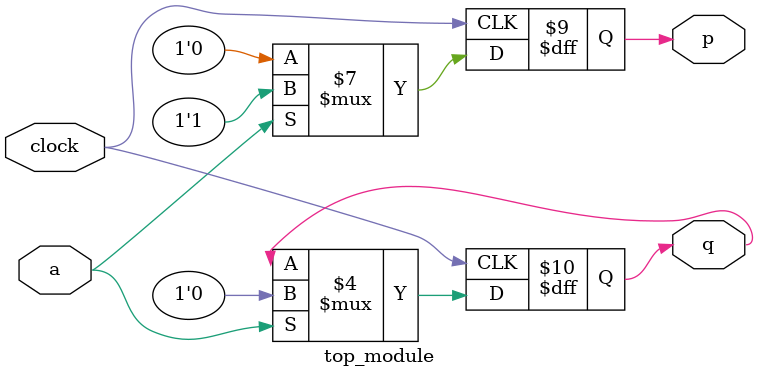
<source format=sv>
module top_module (
  input wire clock,
  input wire a,
  output reg p,
  output reg q
);

always @(posedge clock) begin
  if (a == 1'b1) begin
    p <= 1'b1;
    q <= 1'b0; // Corrected output assignment for q
  end else begin
    p <= 1'b0; // Corrected output assignment for p
    q <= q;
  end
end

endmodule

</source>
